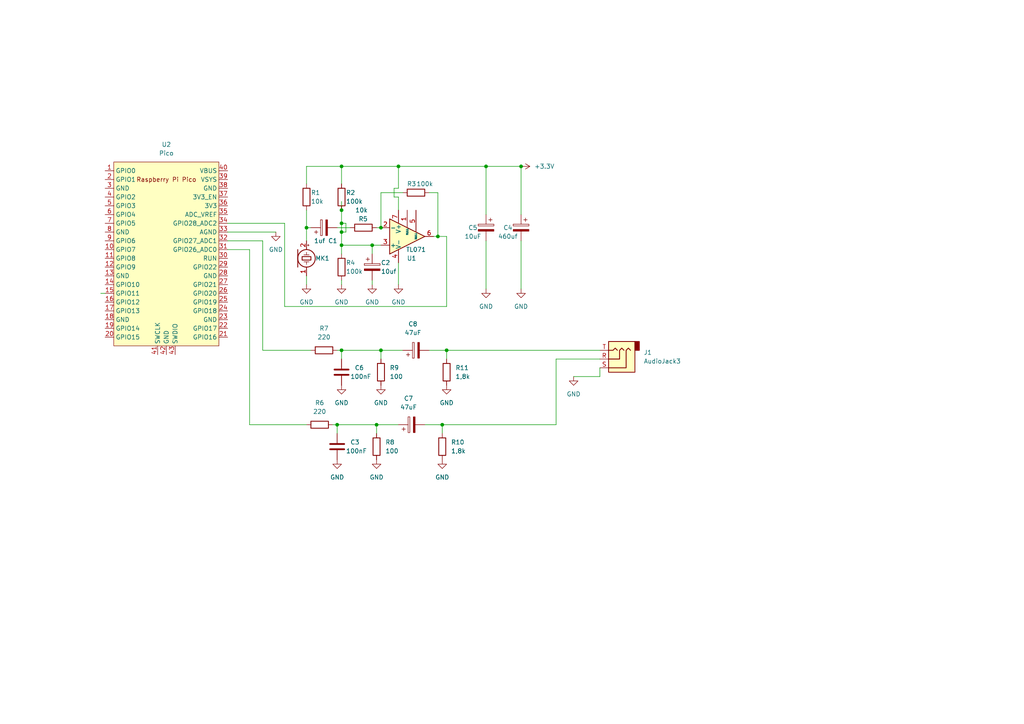
<source format=kicad_sch>
(kicad_sch (version 20230121) (generator eeschema)

  (uuid 22f1df6f-bdc6-492e-85a1-056c64eb0901)

  (paper "A4")

  (lib_symbols
    (symbol "Amplifier_Operational:TL071" (pin_names (offset 0.127)) (in_bom yes) (on_board yes)
      (property "Reference" "U1" (at 8.89 4.1909 0)
        (effects (font (size 1.27 1.27)))
      )
      (property "Value" "TL071" (at 8.89 1.6509 0)
        (effects (font (size 1.27 1.27)))
      )
      (property "Footprint" "" (at 1.27 1.27 0)
        (effects (font (size 1.27 1.27)) hide)
      )
      (property "Datasheet" "http://www.ti.com/lit/ds/symlink/tl071.pdf" (at 3.81 3.81 0)
        (effects (font (size 1.27 1.27)) hide)
      )
      (property "ki_keywords" "singel opamp" (at 0 0 0)
        (effects (font (size 1.27 1.27)) hide)
      )
      (property "ki_description" "Single Low-Noise JFET-Input Operational Amplifiers, DIP-8/SOIC-8" (at 0 0 0)
        (effects (font (size 1.27 1.27)) hide)
      )
      (property "ki_fp_filters" "SOIC*3.9x4.9mm*P1.27mm* DIP*W7.62mm* TSSOP*3x3mm*P0.65mm*" (at 0 0 0)
        (effects (font (size 1.27 1.27)) hide)
      )
      (symbol "TL071_0_1"
        (polyline
          (pts
            (xy -5.08 5.08)
            (xy 5.08 0)
            (xy -5.08 -5.08)
            (xy -5.08 5.08)
          )
          (stroke (width 0.254) (type default))
          (fill (type background))
        )
      )
      (symbol "TL071_1_1"
        (pin input line (at 0 -7.62 90) (length 5.08)
          (name "NULL" (effects (font (size 0.508 0.508))))
          (number "1" (effects (font (size 1.27 1.27))))
        )
        (pin input line (at -7.62 -2.54 0) (length 2.54)
          (name "-" (effects (font (size 1.27 1.27))))
          (number "2" (effects (font (size 1.27 1.27))))
        )
        (pin input line (at -7.62 2.54 0) (length 2.54)
          (name "+" (effects (font (size 1.27 1.27))))
          (number "3" (effects (font (size 1.27 1.27))))
        )
        (pin power_in line (at -2.54 7.62 270) (length 3.81)
          (name "V-" (effects (font (size 1.27 1.27))))
          (number "4" (effects (font (size 1.27 1.27))))
        )
        (pin input line (at 2.54 -7.62 90) (length 6.35)
          (name "NULL" (effects (font (size 0.508 0.508))))
          (number "5" (effects (font (size 1.27 1.27))))
        )
        (pin output line (at 7.62 0 180) (length 2.54)
          (name "~" (effects (font (size 1.27 1.27))))
          (number "6" (effects (font (size 1.27 1.27))))
        )
        (pin power_in line (at -2.54 -7.62 90) (length 3.81)
          (name "V+" (effects (font (size 1.27 1.27))))
          (number "7" (effects (font (size 1.27 1.27))))
        )
        (pin no_connect line (at 0 2.54 270) (length 2.54) hide
          (name "NC" (effects (font (size 1.27 1.27))))
          (number "8" (effects (font (size 1.27 1.27))))
        )
      )
    )
    (symbol "Connector_Audio:AudioJack3" (in_bom yes) (on_board yes)
      (property "Reference" "J" (at 0 8.89 0)
        (effects (font (size 1.27 1.27)))
      )
      (property "Value" "AudioJack3" (at 0 6.35 0)
        (effects (font (size 1.27 1.27)))
      )
      (property "Footprint" "" (at 0 0 0)
        (effects (font (size 1.27 1.27)) hide)
      )
      (property "Datasheet" "~" (at 0 0 0)
        (effects (font (size 1.27 1.27)) hide)
      )
      (property "ki_keywords" "audio jack receptacle stereo headphones phones TRS connector" (at 0 0 0)
        (effects (font (size 1.27 1.27)) hide)
      )
      (property "ki_description" "Audio Jack, 3 Poles (Stereo / TRS)" (at 0 0 0)
        (effects (font (size 1.27 1.27)) hide)
      )
      (property "ki_fp_filters" "Jack*" (at 0 0 0)
        (effects (font (size 1.27 1.27)) hide)
      )
      (symbol "AudioJack3_0_1"
        (rectangle (start -5.08 -5.08) (end -6.35 -2.54)
          (stroke (width 0.254) (type default))
          (fill (type outline))
        )
        (polyline
          (pts
            (xy 0 -2.54)
            (xy 0.635 -3.175)
            (xy 1.27 -2.54)
            (xy 2.54 -2.54)
          )
          (stroke (width 0.254) (type default))
          (fill (type none))
        )
        (polyline
          (pts
            (xy -1.905 -2.54)
            (xy -1.27 -3.175)
            (xy -0.635 -2.54)
            (xy -0.635 0)
            (xy 2.54 0)
          )
          (stroke (width 0.254) (type default))
          (fill (type none))
        )
        (polyline
          (pts
            (xy 2.54 2.54)
            (xy -2.54 2.54)
            (xy -2.54 -2.54)
            (xy -3.175 -3.175)
            (xy -3.81 -2.54)
          )
          (stroke (width 0.254) (type default))
          (fill (type none))
        )
        (rectangle (start 2.54 3.81) (end -5.08 -5.08)
          (stroke (width 0.254) (type default))
          (fill (type background))
        )
      )
      (symbol "AudioJack3_1_1"
        (pin passive line (at 5.08 0 180) (length 2.54)
          (name "~" (effects (font (size 1.27 1.27))))
          (number "R" (effects (font (size 1.27 1.27))))
        )
        (pin passive line (at 5.08 2.54 180) (length 2.54)
          (name "~" (effects (font (size 1.27 1.27))))
          (number "S" (effects (font (size 1.27 1.27))))
        )
        (pin passive line (at 5.08 -2.54 180) (length 2.54)
          (name "~" (effects (font (size 1.27 1.27))))
          (number "T" (effects (font (size 1.27 1.27))))
        )
      )
    )
    (symbol "Device:C" (pin_numbers hide) (pin_names (offset 0.254)) (in_bom yes) (on_board yes)
      (property "Reference" "C" (at 0.635 2.54 0)
        (effects (font (size 1.27 1.27)) (justify left))
      )
      (property "Value" "C" (at 0.635 -2.54 0)
        (effects (font (size 1.27 1.27)) (justify left))
      )
      (property "Footprint" "" (at 0.9652 -3.81 0)
        (effects (font (size 1.27 1.27)) hide)
      )
      (property "Datasheet" "~" (at 0 0 0)
        (effects (font (size 1.27 1.27)) hide)
      )
      (property "ki_keywords" "cap capacitor" (at 0 0 0)
        (effects (font (size 1.27 1.27)) hide)
      )
      (property "ki_description" "Unpolarized capacitor" (at 0 0 0)
        (effects (font (size 1.27 1.27)) hide)
      )
      (property "ki_fp_filters" "C_*" (at 0 0 0)
        (effects (font (size 1.27 1.27)) hide)
      )
      (symbol "C_0_1"
        (polyline
          (pts
            (xy -2.032 -0.762)
            (xy 2.032 -0.762)
          )
          (stroke (width 0.508) (type default))
          (fill (type none))
        )
        (polyline
          (pts
            (xy -2.032 0.762)
            (xy 2.032 0.762)
          )
          (stroke (width 0.508) (type default))
          (fill (type none))
        )
      )
      (symbol "C_1_1"
        (pin passive line (at 0 3.81 270) (length 2.794)
          (name "~" (effects (font (size 1.27 1.27))))
          (number "1" (effects (font (size 1.27 1.27))))
        )
        (pin passive line (at 0 -3.81 90) (length 2.794)
          (name "~" (effects (font (size 1.27 1.27))))
          (number "2" (effects (font (size 1.27 1.27))))
        )
      )
    )
    (symbol "Device:C_Polarized" (pin_numbers hide) (pin_names (offset 0.254)) (in_bom yes) (on_board yes)
      (property "Reference" "C" (at 0.635 2.54 0)
        (effects (font (size 1.27 1.27)) (justify left))
      )
      (property "Value" "C_Polarized" (at 0.635 -2.54 0)
        (effects (font (size 1.27 1.27)) (justify left))
      )
      (property "Footprint" "" (at 0.9652 -3.81 0)
        (effects (font (size 1.27 1.27)) hide)
      )
      (property "Datasheet" "~" (at 0 0 0)
        (effects (font (size 1.27 1.27)) hide)
      )
      (property "ki_keywords" "cap capacitor" (at 0 0 0)
        (effects (font (size 1.27 1.27)) hide)
      )
      (property "ki_description" "Polarized capacitor" (at 0 0 0)
        (effects (font (size 1.27 1.27)) hide)
      )
      (property "ki_fp_filters" "CP_*" (at 0 0 0)
        (effects (font (size 1.27 1.27)) hide)
      )
      (symbol "C_Polarized_0_1"
        (rectangle (start -2.286 0.508) (end 2.286 1.016)
          (stroke (width 0) (type default))
          (fill (type none))
        )
        (polyline
          (pts
            (xy -1.778 2.286)
            (xy -0.762 2.286)
          )
          (stroke (width 0) (type default))
          (fill (type none))
        )
        (polyline
          (pts
            (xy -1.27 2.794)
            (xy -1.27 1.778)
          )
          (stroke (width 0) (type default))
          (fill (type none))
        )
        (rectangle (start 2.286 -0.508) (end -2.286 -1.016)
          (stroke (width 0) (type default))
          (fill (type outline))
        )
      )
      (symbol "C_Polarized_1_1"
        (pin passive line (at 0 3.81 270) (length 2.794)
          (name "~" (effects (font (size 1.27 1.27))))
          (number "1" (effects (font (size 1.27 1.27))))
        )
        (pin passive line (at 0 -3.81 90) (length 2.794)
          (name "~" (effects (font (size 1.27 1.27))))
          (number "2" (effects (font (size 1.27 1.27))))
        )
      )
    )
    (symbol "Device:Microphone_Crystal" (pin_names (offset 0.0254) hide) (in_bom yes) (on_board yes)
      (property "Reference" "MK" (at -3.81 1.143 0)
        (effects (font (size 1.27 1.27)) (justify right))
      )
      (property "Value" "Microphone_Crystal" (at -3.81 -0.762 0)
        (effects (font (size 1.27 1.27)) (justify right))
      )
      (property "Footprint" "" (at 1.27 -1.778 90)
        (effects (font (size 1.27 1.27)) (justify left) hide)
      )
      (property "Datasheet" "~" (at 0 2.54 90)
        (effects (font (size 1.27 1.27)) hide)
      )
      (property "ki_keywords" "microphone crystal" (at 0 0 0)
        (effects (font (size 1.27 1.27)) hide)
      )
      (property "ki_description" "Crystal microphone" (at 0 0 0)
        (effects (font (size 1.27 1.27)) hide)
      )
      (symbol "Microphone_Crystal_0_1"
        (rectangle (start -1.27 0.508) (end 1.27 -0.508)
          (stroke (width 0.254) (type default))
          (fill (type none))
        )
        (polyline
          (pts
            (xy -2.54 2.54)
            (xy -2.54 -2.54)
          )
          (stroke (width 0.254) (type default))
          (fill (type none))
        )
        (polyline
          (pts
            (xy -0.762 -1.016)
            (xy 0.762 -1.016)
          )
          (stroke (width 0) (type default))
          (fill (type none))
        )
        (polyline
          (pts
            (xy -0.762 1.016)
            (xy 0.762 1.016)
          )
          (stroke (width 0) (type default))
          (fill (type none))
        )
        (polyline
          (pts
            (xy 0 -1.016)
            (xy 0 -1.778)
          )
          (stroke (width 0) (type default))
          (fill (type none))
        )
        (polyline
          (pts
            (xy 0 1.016)
            (xy 0 1.778)
          )
          (stroke (width 0) (type default))
          (fill (type none))
        )
        (polyline
          (pts
            (xy 0.254 3.81)
            (xy 0.762 3.81)
          )
          (stroke (width 0) (type default))
          (fill (type none))
        )
        (polyline
          (pts
            (xy 0.508 4.064)
            (xy 0.508 3.556)
          )
          (stroke (width 0) (type default))
          (fill (type none))
        )
        (circle (center 0 0) (radius 2.54)
          (stroke (width 0.254) (type default))
          (fill (type none))
        )
      )
      (symbol "Microphone_Crystal_1_1"
        (pin passive line (at 0 -5.08 90) (length 2.54)
          (name "-" (effects (font (size 1.27 1.27))))
          (number "1" (effects (font (size 1.27 1.27))))
        )
        (pin passive line (at 0 5.08 270) (length 2.54)
          (name "+" (effects (font (size 1.27 1.27))))
          (number "2" (effects (font (size 1.27 1.27))))
        )
      )
    )
    (symbol "Device:R" (pin_numbers hide) (pin_names (offset 0)) (in_bom yes) (on_board yes)
      (property "Reference" "R" (at 2.032 0 90)
        (effects (font (size 1.27 1.27)))
      )
      (property "Value" "R" (at 0 0 90)
        (effects (font (size 1.27 1.27)))
      )
      (property "Footprint" "" (at -1.778 0 90)
        (effects (font (size 1.27 1.27)) hide)
      )
      (property "Datasheet" "~" (at 0 0 0)
        (effects (font (size 1.27 1.27)) hide)
      )
      (property "ki_keywords" "R res resistor" (at 0 0 0)
        (effects (font (size 1.27 1.27)) hide)
      )
      (property "ki_description" "Resistor" (at 0 0 0)
        (effects (font (size 1.27 1.27)) hide)
      )
      (property "ki_fp_filters" "R_*" (at 0 0 0)
        (effects (font (size 1.27 1.27)) hide)
      )
      (symbol "R_0_1"
        (rectangle (start -1.016 -2.54) (end 1.016 2.54)
          (stroke (width 0.254) (type default))
          (fill (type none))
        )
      )
      (symbol "R_1_1"
        (pin passive line (at 0 3.81 270) (length 1.27)
          (name "~" (effects (font (size 1.27 1.27))))
          (number "1" (effects (font (size 1.27 1.27))))
        )
        (pin passive line (at 0 -3.81 90) (length 1.27)
          (name "~" (effects (font (size 1.27 1.27))))
          (number "2" (effects (font (size 1.27 1.27))))
        )
      )
    )
    (symbol "MCU_RaspberryPi_and_Boards:Pico" (in_bom yes) (on_board yes)
      (property "Reference" "U" (at -13.97 27.94 0)
        (effects (font (size 1.27 1.27)))
      )
      (property "Value" "Pico" (at 0 19.05 0)
        (effects (font (size 1.27 1.27)))
      )
      (property "Footprint" "RPi_Pico:RPi_Pico_SMD_TH" (at 0 0 90)
        (effects (font (size 1.27 1.27)) hide)
      )
      (property "Datasheet" "" (at 0 0 0)
        (effects (font (size 1.27 1.27)) hide)
      )
      (symbol "Pico_0_0"
        (text "Raspberry Pi Pico" (at 0 21.59 0)
          (effects (font (size 1.27 1.27)))
        )
      )
      (symbol "Pico_0_1"
        (rectangle (start -15.24 26.67) (end 15.24 -26.67)
          (stroke (width 0) (type default))
          (fill (type background))
        )
      )
      (symbol "Pico_1_1"
        (pin bidirectional line (at -17.78 24.13 0) (length 2.54)
          (name "GPIO0" (effects (font (size 1.27 1.27))))
          (number "1" (effects (font (size 1.27 1.27))))
        )
        (pin bidirectional line (at -17.78 1.27 0) (length 2.54)
          (name "GPIO7" (effects (font (size 1.27 1.27))))
          (number "10" (effects (font (size 1.27 1.27))))
        )
        (pin bidirectional line (at -17.78 -1.27 0) (length 2.54)
          (name "GPIO8" (effects (font (size 1.27 1.27))))
          (number "11" (effects (font (size 1.27 1.27))))
        )
        (pin bidirectional line (at -17.78 -3.81 0) (length 2.54)
          (name "GPIO9" (effects (font (size 1.27 1.27))))
          (number "12" (effects (font (size 1.27 1.27))))
        )
        (pin power_in line (at -17.78 -6.35 0) (length 2.54)
          (name "GND" (effects (font (size 1.27 1.27))))
          (number "13" (effects (font (size 1.27 1.27))))
        )
        (pin bidirectional line (at -17.78 -8.89 0) (length 2.54)
          (name "GPIO10" (effects (font (size 1.27 1.27))))
          (number "14" (effects (font (size 1.27 1.27))))
        )
        (pin bidirectional line (at -17.78 -11.43 0) (length 2.54)
          (name "GPIO11" (effects (font (size 1.27 1.27))))
          (number "15" (effects (font (size 1.27 1.27))))
        )
        (pin bidirectional line (at -17.78 -13.97 0) (length 2.54)
          (name "GPIO12" (effects (font (size 1.27 1.27))))
          (number "16" (effects (font (size 1.27 1.27))))
        )
        (pin bidirectional line (at -17.78 -16.51 0) (length 2.54)
          (name "GPIO13" (effects (font (size 1.27 1.27))))
          (number "17" (effects (font (size 1.27 1.27))))
        )
        (pin power_in line (at -17.78 -19.05 0) (length 2.54)
          (name "GND" (effects (font (size 1.27 1.27))))
          (number "18" (effects (font (size 1.27 1.27))))
        )
        (pin bidirectional line (at -17.78 -21.59 0) (length 2.54)
          (name "GPIO14" (effects (font (size 1.27 1.27))))
          (number "19" (effects (font (size 1.27 1.27))))
        )
        (pin bidirectional line (at -17.78 21.59 0) (length 2.54)
          (name "GPIO1" (effects (font (size 1.27 1.27))))
          (number "2" (effects (font (size 1.27 1.27))))
        )
        (pin bidirectional line (at -17.78 -24.13 0) (length 2.54)
          (name "GPIO15" (effects (font (size 1.27 1.27))))
          (number "20" (effects (font (size 1.27 1.27))))
        )
        (pin bidirectional line (at 17.78 -24.13 180) (length 2.54)
          (name "GPIO16" (effects (font (size 1.27 1.27))))
          (number "21" (effects (font (size 1.27 1.27))))
        )
        (pin bidirectional line (at 17.78 -21.59 180) (length 2.54)
          (name "GPIO17" (effects (font (size 1.27 1.27))))
          (number "22" (effects (font (size 1.27 1.27))))
        )
        (pin power_in line (at 17.78 -19.05 180) (length 2.54)
          (name "GND" (effects (font (size 1.27 1.27))))
          (number "23" (effects (font (size 1.27 1.27))))
        )
        (pin bidirectional line (at 17.78 -16.51 180) (length 2.54)
          (name "GPIO18" (effects (font (size 1.27 1.27))))
          (number "24" (effects (font (size 1.27 1.27))))
        )
        (pin bidirectional line (at 17.78 -13.97 180) (length 2.54)
          (name "GPIO19" (effects (font (size 1.27 1.27))))
          (number "25" (effects (font (size 1.27 1.27))))
        )
        (pin bidirectional line (at 17.78 -11.43 180) (length 2.54)
          (name "GPIO20" (effects (font (size 1.27 1.27))))
          (number "26" (effects (font (size 1.27 1.27))))
        )
        (pin bidirectional line (at 17.78 -8.89 180) (length 2.54)
          (name "GPIO21" (effects (font (size 1.27 1.27))))
          (number "27" (effects (font (size 1.27 1.27))))
        )
        (pin power_in line (at 17.78 -6.35 180) (length 2.54)
          (name "GND" (effects (font (size 1.27 1.27))))
          (number "28" (effects (font (size 1.27 1.27))))
        )
        (pin bidirectional line (at 17.78 -3.81 180) (length 2.54)
          (name "GPIO22" (effects (font (size 1.27 1.27))))
          (number "29" (effects (font (size 1.27 1.27))))
        )
        (pin power_in line (at -17.78 19.05 0) (length 2.54)
          (name "GND" (effects (font (size 1.27 1.27))))
          (number "3" (effects (font (size 1.27 1.27))))
        )
        (pin input line (at 17.78 -1.27 180) (length 2.54)
          (name "RUN" (effects (font (size 1.27 1.27))))
          (number "30" (effects (font (size 1.27 1.27))))
        )
        (pin bidirectional line (at 17.78 1.27 180) (length 2.54)
          (name "GPIO26_ADC0" (effects (font (size 1.27 1.27))))
          (number "31" (effects (font (size 1.27 1.27))))
        )
        (pin bidirectional line (at 17.78 3.81 180) (length 2.54)
          (name "GPIO27_ADC1" (effects (font (size 1.27 1.27))))
          (number "32" (effects (font (size 1.27 1.27))))
        )
        (pin power_in line (at 17.78 6.35 180) (length 2.54)
          (name "AGND" (effects (font (size 1.27 1.27))))
          (number "33" (effects (font (size 1.27 1.27))))
        )
        (pin bidirectional line (at 17.78 8.89 180) (length 2.54)
          (name "GPIO28_ADC2" (effects (font (size 1.27 1.27))))
          (number "34" (effects (font (size 1.27 1.27))))
        )
        (pin power_in line (at 17.78 11.43 180) (length 2.54)
          (name "ADC_VREF" (effects (font (size 1.27 1.27))))
          (number "35" (effects (font (size 1.27 1.27))))
        )
        (pin power_in line (at 17.78 13.97 180) (length 2.54)
          (name "3V3" (effects (font (size 1.27 1.27))))
          (number "36" (effects (font (size 1.27 1.27))))
        )
        (pin input line (at 17.78 16.51 180) (length 2.54)
          (name "3V3_EN" (effects (font (size 1.27 1.27))))
          (number "37" (effects (font (size 1.27 1.27))))
        )
        (pin bidirectional line (at 17.78 19.05 180) (length 2.54)
          (name "GND" (effects (font (size 1.27 1.27))))
          (number "38" (effects (font (size 1.27 1.27))))
        )
        (pin power_in line (at 17.78 21.59 180) (length 2.54)
          (name "VSYS" (effects (font (size 1.27 1.27))))
          (number "39" (effects (font (size 1.27 1.27))))
        )
        (pin bidirectional line (at -17.78 16.51 0) (length 2.54)
          (name "GPIO2" (effects (font (size 1.27 1.27))))
          (number "4" (effects (font (size 1.27 1.27))))
        )
        (pin power_in line (at 17.78 24.13 180) (length 2.54)
          (name "VBUS" (effects (font (size 1.27 1.27))))
          (number "40" (effects (font (size 1.27 1.27))))
        )
        (pin input line (at -2.54 -29.21 90) (length 2.54)
          (name "SWCLK" (effects (font (size 1.27 1.27))))
          (number "41" (effects (font (size 1.27 1.27))))
        )
        (pin power_in line (at 0 -29.21 90) (length 2.54)
          (name "GND" (effects (font (size 1.27 1.27))))
          (number "42" (effects (font (size 1.27 1.27))))
        )
        (pin bidirectional line (at 2.54 -29.21 90) (length 2.54)
          (name "SWDIO" (effects (font (size 1.27 1.27))))
          (number "43" (effects (font (size 1.27 1.27))))
        )
        (pin bidirectional line (at -17.78 13.97 0) (length 2.54)
          (name "GPIO3" (effects (font (size 1.27 1.27))))
          (number "5" (effects (font (size 1.27 1.27))))
        )
        (pin bidirectional line (at -17.78 11.43 0) (length 2.54)
          (name "GPIO4" (effects (font (size 1.27 1.27))))
          (number "6" (effects (font (size 1.27 1.27))))
        )
        (pin bidirectional line (at -17.78 8.89 0) (length 2.54)
          (name "GPIO5" (effects (font (size 1.27 1.27))))
          (number "7" (effects (font (size 1.27 1.27))))
        )
        (pin power_in line (at -17.78 6.35 0) (length 2.54)
          (name "GND" (effects (font (size 1.27 1.27))))
          (number "8" (effects (font (size 1.27 1.27))))
        )
        (pin bidirectional line (at -17.78 3.81 0) (length 2.54)
          (name "GPIO6" (effects (font (size 1.27 1.27))))
          (number "9" (effects (font (size 1.27 1.27))))
        )
      )
    )
    (symbol "power:+3.3V" (power) (pin_names (offset 0)) (in_bom yes) (on_board yes)
      (property "Reference" "#PWR" (at 0 -3.81 0)
        (effects (font (size 1.27 1.27)) hide)
      )
      (property "Value" "+3.3V" (at 0 3.556 0)
        (effects (font (size 1.27 1.27)))
      )
      (property "Footprint" "" (at 0 0 0)
        (effects (font (size 1.27 1.27)) hide)
      )
      (property "Datasheet" "" (at 0 0 0)
        (effects (font (size 1.27 1.27)) hide)
      )
      (property "ki_keywords" "global power" (at 0 0 0)
        (effects (font (size 1.27 1.27)) hide)
      )
      (property "ki_description" "Power symbol creates a global label with name \"+3.3V\"" (at 0 0 0)
        (effects (font (size 1.27 1.27)) hide)
      )
      (symbol "+3.3V_0_1"
        (polyline
          (pts
            (xy -0.762 1.27)
            (xy 0 2.54)
          )
          (stroke (width 0) (type default))
          (fill (type none))
        )
        (polyline
          (pts
            (xy 0 0)
            (xy 0 2.54)
          )
          (stroke (width 0) (type default))
          (fill (type none))
        )
        (polyline
          (pts
            (xy 0 2.54)
            (xy 0.762 1.27)
          )
          (stroke (width 0) (type default))
          (fill (type none))
        )
      )
      (symbol "+3.3V_1_1"
        (pin power_in line (at 0 0 90) (length 0) hide
          (name "+3.3V" (effects (font (size 1.27 1.27))))
          (number "1" (effects (font (size 1.27 1.27))))
        )
      )
    )
    (symbol "power:GND" (power) (pin_names (offset 0)) (in_bom yes) (on_board yes)
      (property "Reference" "#PWR" (at 0 -6.35 0)
        (effects (font (size 1.27 1.27)) hide)
      )
      (property "Value" "GND" (at 0 -3.81 0)
        (effects (font (size 1.27 1.27)))
      )
      (property "Footprint" "" (at 0 0 0)
        (effects (font (size 1.27 1.27)) hide)
      )
      (property "Datasheet" "" (at 0 0 0)
        (effects (font (size 1.27 1.27)) hide)
      )
      (property "ki_keywords" "global power" (at 0 0 0)
        (effects (font (size 1.27 1.27)) hide)
      )
      (property "ki_description" "Power symbol creates a global label with name \"GND\" , ground" (at 0 0 0)
        (effects (font (size 1.27 1.27)) hide)
      )
      (symbol "GND_0_1"
        (polyline
          (pts
            (xy 0 0)
            (xy 0 -1.27)
            (xy 1.27 -1.27)
            (xy 0 -2.54)
            (xy -1.27 -1.27)
            (xy 0 -1.27)
          )
          (stroke (width 0) (type default))
          (fill (type none))
        )
      )
      (symbol "GND_1_1"
        (pin power_in line (at 0 0 270) (length 0) hide
          (name "GND" (effects (font (size 1.27 1.27))))
          (number "1" (effects (font (size 1.27 1.27))))
        )
      )
    )
  )

  (junction (at 107.95 71.12) (diameter 0) (color 0 0 0 0)
    (uuid 0bb5c179-3e2e-4af9-be1a-98a81b0ebb07)
  )
  (junction (at 115.57 48.26) (diameter 0) (color 0 0 0 0)
    (uuid 41a25c12-7305-4a93-8262-fd73386d79bb)
  )
  (junction (at 110.49 101.6) (diameter 0) (color 0 0 0 0)
    (uuid 41cc1d3f-bdfe-4dc9-b9c2-5a8f54e1fa44)
  )
  (junction (at 99.06 67.31) (diameter 0) (color 0 0 0 0)
    (uuid 74559538-730f-44b1-8e4f-b0a20b07b278)
  )
  (junction (at 151.13 48.26) (diameter 0) (color 0 0 0 0)
    (uuid 955908e0-8e34-490f-bbf1-31641e3bf2dc)
  )
  (junction (at 127 68.58) (diameter 0) (color 0 0 0 0)
    (uuid a26ebe0d-a56e-4901-936e-3baa80392820)
  )
  (junction (at 140.97 48.26) (diameter 0) (color 0 0 0 0)
    (uuid ab54ec9d-b475-4458-9812-5283d956e656)
  )
  (junction (at 128.27 123.19) (diameter 0) (color 0 0 0 0)
    (uuid b8e6b518-0829-4372-af2a-fddf703881b2)
  )
  (junction (at 99.06 101.6) (diameter 0) (color 0 0 0 0)
    (uuid bbe9ea7e-e418-43c6-9ba5-be16ed15103c)
  )
  (junction (at 99.06 60.96) (diameter 0) (color 0 0 0 0)
    (uuid c4767c02-20fa-42bf-bfb1-c99ab3e70461)
  )
  (junction (at 110.49 66.04) (diameter 0) (color 0 0 0 0)
    (uuid d995ca01-05ef-4003-951d-430305eca7aa)
  )
  (junction (at 99.06 48.26) (diameter 0) (color 0 0 0 0)
    (uuid ded89715-938b-4b91-ba1e-9ed04dbd2d81)
  )
  (junction (at 97.79 123.19) (diameter 0) (color 0 0 0 0)
    (uuid df36be7f-80e5-496a-af72-a7112a21c75e)
  )
  (junction (at 88.9 66.04) (diameter 0) (color 0 0 0 0)
    (uuid ea2097a1-1b23-4484-9724-1eea1bc3f848)
  )
  (junction (at 99.06 64.77) (diameter 0) (color 0 0 0 0)
    (uuid ea9dd712-bea6-4aff-8e08-a0bf6c2b0172)
  )
  (junction (at 129.54 101.6) (diameter 0) (color 0 0 0 0)
    (uuid eb9f6725-08c4-40a6-b85c-90bbe4d629cf)
  )
  (junction (at 109.22 123.19) (diameter 0) (color 0 0 0 0)
    (uuid f6bf0fcd-4f84-457e-a446-72d7bcd1198b)
  )
  (junction (at 99.06 71.12) (diameter 0) (color 0 0 0 0)
    (uuid ff468769-d6fa-471e-8847-e1be811157c9)
  )

  (wire (pts (xy 66.04 72.39) (xy 72.39 72.39))
    (stroke (width 0) (type default))
    (uuid 00e7284c-3987-4d39-842f-541fbc7200c1)
  )
  (wire (pts (xy 88.9 66.04) (xy 88.9 69.85))
    (stroke (width 0) (type default))
    (uuid 047defca-7544-4aee-8508-de968e4fbba5)
  )
  (wire (pts (xy 99.06 71.12) (xy 99.06 67.31))
    (stroke (width 0) (type default))
    (uuid 0644f78c-b39b-493f-a126-c78cde4cb1a0)
  )
  (wire (pts (xy 99.06 60.96) (xy 99.06 64.77))
    (stroke (width 0) (type default))
    (uuid 0793c107-c26d-4c89-8f3b-94d583988a31)
  )
  (wire (pts (xy 66.04 69.85) (xy 76.2 69.85))
    (stroke (width 0) (type default))
    (uuid 1b9994e4-b34f-43fa-81d1-d9067b6fa487)
  )
  (wire (pts (xy 99.06 71.12) (xy 99.06 73.66))
    (stroke (width 0) (type default))
    (uuid 1de672f6-0998-4222-a7e7-df2066c92a42)
  )
  (wire (pts (xy 127 68.58) (xy 125.73 68.58))
    (stroke (width 0) (type default))
    (uuid 20056ee5-c93b-4496-adde-838df9495450)
  )
  (wire (pts (xy 100.33 64.77) (xy 99.06 64.77))
    (stroke (width 0) (type default))
    (uuid 20319cc4-b271-4d90-97a8-8302930263e6)
  )
  (wire (pts (xy 140.97 48.26) (xy 151.13 48.26))
    (stroke (width 0) (type default))
    (uuid 2702842c-4c97-4969-b594-f2e91a8b2eaf)
  )
  (wire (pts (xy 161.29 104.14) (xy 161.29 123.19))
    (stroke (width 0) (type default))
    (uuid 296ec3a2-dca4-4605-8c09-dded50c72380)
  )
  (wire (pts (xy 107.95 81.28) (xy 107.95 82.55))
    (stroke (width 0) (type default))
    (uuid 2af05b2e-049f-4688-811e-4d92271f1061)
  )
  (wire (pts (xy 99.06 101.6) (xy 99.06 104.14))
    (stroke (width 0) (type default))
    (uuid 2c70d31d-fe9b-4204-a976-543e8a325086)
  )
  (wire (pts (xy 100.33 67.31) (xy 100.33 64.77))
    (stroke (width 0) (type default))
    (uuid 2f39b6eb-2c1a-4379-9c24-e25783a3ec0b)
  )
  (wire (pts (xy 129.54 68.58) (xy 127 68.58))
    (stroke (width 0) (type default))
    (uuid 2f6a6925-e8de-44b8-a3fe-2614991a97b7)
  )
  (wire (pts (xy 97.79 101.6) (xy 99.06 101.6))
    (stroke (width 0) (type default))
    (uuid 3801f45f-a22d-4124-9d4f-f320575bd663)
  )
  (wire (pts (xy 128.27 123.19) (xy 161.29 123.19))
    (stroke (width 0) (type default))
    (uuid 38a666c4-8660-43ad-b9d4-eaa6e383ed1e)
  )
  (wire (pts (xy 173.99 104.14) (xy 161.29 104.14))
    (stroke (width 0) (type default))
    (uuid 3d11e401-96e8-4d40-b620-d7e2e0bcb341)
  )
  (wire (pts (xy 97.79 123.19) (xy 109.22 123.19))
    (stroke (width 0) (type default))
    (uuid 3eeec6af-9446-4da1-8984-beba046521e1)
  )
  (wire (pts (xy 124.46 101.6) (xy 129.54 101.6))
    (stroke (width 0) (type default))
    (uuid 41b997f6-f6c4-45e1-af2b-16f2a8933e9a)
  )
  (wire (pts (xy 96.52 123.19) (xy 97.79 123.19))
    (stroke (width 0) (type default))
    (uuid 42f0fe1c-bd2e-486f-97c4-3af7d6b6e297)
  )
  (wire (pts (xy 99.06 67.31) (xy 100.33 67.31))
    (stroke (width 0) (type default))
    (uuid 44e8b896-886a-4aa0-a591-4fd90003a02e)
  )
  (wire (pts (xy 88.9 48.26) (xy 99.06 48.26))
    (stroke (width 0) (type default))
    (uuid 46d1a7cb-2743-47f0-834d-e2788816e1cb)
  )
  (wire (pts (xy 88.9 80.01) (xy 88.9 82.55))
    (stroke (width 0) (type default))
    (uuid 55276122-20bf-4775-8dcd-75d1ebb8908a)
  )
  (wire (pts (xy 115.57 76.2) (xy 115.57 82.55))
    (stroke (width 0) (type default))
    (uuid 59e91b13-954c-4792-8d6a-34a27deed227)
  )
  (wire (pts (xy 115.57 60.96) (xy 115.57 57.15))
    (stroke (width 0) (type default))
    (uuid 5e77e4bb-7c68-411b-adc1-4f9157618a3f)
  )
  (wire (pts (xy 99.06 48.26) (xy 99.06 53.34))
    (stroke (width 0) (type default))
    (uuid 621fd522-cd7f-486f-a171-229f0fd07ac1)
  )
  (wire (pts (xy 114.3 57.15) (xy 114.3 54.61))
    (stroke (width 0) (type default))
    (uuid 659fdab9-6f75-495a-bde3-91f77d713d42)
  )
  (wire (pts (xy 66.04 67.31) (xy 80.01 67.31))
    (stroke (width 0) (type default))
    (uuid 66b55119-494a-4758-83f3-b9399ef10357)
  )
  (wire (pts (xy 109.22 123.19) (xy 109.22 125.73))
    (stroke (width 0) (type default))
    (uuid 683825ee-d2ec-41ee-8384-02bb995e5c98)
  )
  (wire (pts (xy 129.54 101.6) (xy 173.99 101.6))
    (stroke (width 0) (type default))
    (uuid 73947de4-64e9-4052-986b-f667580d4731)
  )
  (wire (pts (xy 107.95 71.12) (xy 110.49 71.12))
    (stroke (width 0) (type default))
    (uuid 75d5f800-912a-4733-b3bc-640b2f6f211e)
  )
  (wire (pts (xy 140.97 69.85) (xy 140.97 83.82))
    (stroke (width 0) (type default))
    (uuid 77fedfe7-75db-4e5a-b39a-2eab0e798649)
  )
  (wire (pts (xy 109.22 123.19) (xy 115.57 123.19))
    (stroke (width 0) (type default))
    (uuid 789c6677-615a-47b6-9ff8-36e530cfb2ca)
  )
  (wire (pts (xy 129.54 68.58) (xy 129.54 88.9))
    (stroke (width 0) (type default))
    (uuid 816ddf41-67af-4a3c-aa49-76f746818ce5)
  )
  (wire (pts (xy 173.99 109.22) (xy 166.37 109.22))
    (stroke (width 0) (type default))
    (uuid 81b216e1-7fab-4f3a-a35e-b4955c7bed1f)
  )
  (wire (pts (xy 128.27 123.19) (xy 128.27 125.73))
    (stroke (width 0) (type default))
    (uuid 81df8663-26a7-4da5-ba7c-6006499d0e3a)
  )
  (wire (pts (xy 140.97 48.26) (xy 140.97 62.23))
    (stroke (width 0) (type default))
    (uuid 84e99520-8b80-4e1d-93a3-2ce479e60264)
  )
  (wire (pts (xy 123.19 123.19) (xy 128.27 123.19))
    (stroke (width 0) (type default))
    (uuid 87b22989-ca6b-4acd-bc22-5142b7353f89)
  )
  (wire (pts (xy 114.3 54.61) (xy 115.57 54.61))
    (stroke (width 0) (type default))
    (uuid a0fd8452-13a5-49e5-b988-e7569daeb38e)
  )
  (wire (pts (xy 82.55 88.9) (xy 82.55 64.77))
    (stroke (width 0) (type default))
    (uuid a490dc9a-c4b7-4c40-bac3-d3936a5496fc)
  )
  (wire (pts (xy 109.22 66.04) (xy 110.49 66.04))
    (stroke (width 0) (type default))
    (uuid a59c0ab9-a484-4be6-b351-e6517b083f84)
  )
  (wire (pts (xy 82.55 88.9) (xy 129.54 88.9))
    (stroke (width 0) (type default))
    (uuid a5f02c88-9f56-40f9-ab0b-421f8e32be31)
  )
  (wire (pts (xy 97.79 123.19) (xy 97.79 125.73))
    (stroke (width 0) (type default))
    (uuid a7a5e982-0175-4b21-be46-d78489a7b540)
  )
  (wire (pts (xy 76.2 69.85) (xy 76.2 101.6))
    (stroke (width 0) (type default))
    (uuid ac67b4d7-e300-4744-affc-a610cee7faac)
  )
  (wire (pts (xy 29.21 85.09) (xy 30.48 85.09))
    (stroke (width 0) (type default))
    (uuid af6aac5d-b459-40aa-8172-a1c286409fd0)
  )
  (wire (pts (xy 110.49 101.6) (xy 116.84 101.6))
    (stroke (width 0) (type default))
    (uuid b1f4dabd-d3a2-4eea-b2da-aff9d0e98763)
  )
  (wire (pts (xy 124.46 55.88) (xy 127 55.88))
    (stroke (width 0) (type default))
    (uuid b30404f2-8e00-4050-a3c5-c8db01084276)
  )
  (wire (pts (xy 115.57 57.15) (xy 114.3 57.15))
    (stroke (width 0) (type default))
    (uuid b8b2da85-4848-4f50-b25f-93addfdf31c1)
  )
  (wire (pts (xy 99.06 101.6) (xy 110.49 101.6))
    (stroke (width 0) (type default))
    (uuid b97d77db-e475-482c-86b5-ccd1144b9378)
  )
  (wire (pts (xy 110.49 101.6) (xy 110.49 104.14))
    (stroke (width 0) (type default))
    (uuid b9964542-0090-4aa5-833b-e812bbc831b3)
  )
  (wire (pts (xy 173.99 109.22) (xy 173.99 106.68))
    (stroke (width 0) (type default))
    (uuid b9cdb4df-c9f4-4230-b3bb-c5dfc1692c95)
  )
  (wire (pts (xy 99.06 81.28) (xy 99.06 82.55))
    (stroke (width 0) (type default))
    (uuid bb8f2fc8-cf20-4b21-a995-016c91f5cfd1)
  )
  (wire (pts (xy 97.79 66.04) (xy 101.6 66.04))
    (stroke (width 0) (type default))
    (uuid bd5de393-fb0b-461b-b311-5f48ddcea9b2)
  )
  (wire (pts (xy 82.55 64.77) (xy 66.04 64.77))
    (stroke (width 0) (type default))
    (uuid bff6eb47-4372-4305-898a-0c0b3caef801)
  )
  (wire (pts (xy 99.06 58.42) (xy 99.06 60.96))
    (stroke (width 0) (type default))
    (uuid c0594521-b1b3-4fbc-8183-bf2b1df1d503)
  )
  (wire (pts (xy 88.9 53.34) (xy 88.9 48.26))
    (stroke (width 0) (type default))
    (uuid c87ede2d-070d-4f15-94ff-9ce56ef15979)
  )
  (wire (pts (xy 88.9 66.04) (xy 88.9 60.96))
    (stroke (width 0) (type default))
    (uuid cceed18f-fb9a-4da8-8744-ecd78a16286a)
  )
  (wire (pts (xy 107.95 71.12) (xy 107.95 73.66))
    (stroke (width 0) (type default))
    (uuid d2e4cc60-875c-4c91-8dbf-35bbe26bf160)
  )
  (wire (pts (xy 115.57 54.61) (xy 115.57 48.26))
    (stroke (width 0) (type default))
    (uuid e1e79ea8-2ca7-41be-9c6f-fb4d8c2871e6)
  )
  (wire (pts (xy 72.39 123.19) (xy 88.9 123.19))
    (stroke (width 0) (type default))
    (uuid e6ad0d86-c793-4e6d-9a7d-2e40d60e7573)
  )
  (wire (pts (xy 110.49 55.88) (xy 110.49 66.04))
    (stroke (width 0) (type default))
    (uuid e791ee72-8579-4752-987b-8717a410e8c3)
  )
  (wire (pts (xy 99.06 48.26) (xy 115.57 48.26))
    (stroke (width 0) (type default))
    (uuid e91a23e7-f66e-4135-965c-a7f6b37ceb9e)
  )
  (wire (pts (xy 76.2 101.6) (xy 90.17 101.6))
    (stroke (width 0) (type default))
    (uuid edb8ed87-f3f9-45e4-a45a-cc6bc920e93a)
  )
  (wire (pts (xy 127 55.88) (xy 127 68.58))
    (stroke (width 0) (type default))
    (uuid ee39e5be-9daf-4e09-9562-07c8b8daede1)
  )
  (wire (pts (xy 151.13 69.85) (xy 151.13 83.82))
    (stroke (width 0) (type default))
    (uuid ee7363df-a2ea-465e-a4a5-29b637c7f4e8)
  )
  (wire (pts (xy 116.84 55.88) (xy 110.49 55.88))
    (stroke (width 0) (type default))
    (uuid efe74d67-bd62-4408-8d11-845a9787ac83)
  )
  (wire (pts (xy 151.13 48.26) (xy 151.13 62.23))
    (stroke (width 0) (type default))
    (uuid eff72ec5-9d92-43df-be44-8aed102c017d)
  )
  (wire (pts (xy 90.17 66.04) (xy 88.9 66.04))
    (stroke (width 0) (type default))
    (uuid f0135678-ea0f-4050-a63d-b39725a2e432)
  )
  (wire (pts (xy 99.06 71.12) (xy 107.95 71.12))
    (stroke (width 0) (type default))
    (uuid f01bb75b-26af-4d06-9eb6-e9c7735e0ca7)
  )
  (wire (pts (xy 99.06 64.77) (xy 99.06 67.31))
    (stroke (width 0) (type default))
    (uuid f4f1b124-f9fe-4cb6-9723-3b57036a7004)
  )
  (wire (pts (xy 129.54 101.6) (xy 129.54 104.14))
    (stroke (width 0) (type default))
    (uuid f95ee783-4f5d-4e81-bc8a-d0f6776844f0)
  )
  (wire (pts (xy 72.39 72.39) (xy 72.39 123.19))
    (stroke (width 0) (type default))
    (uuid fb0833cc-e8dc-48ae-a045-04c8840b482d)
  )
  (wire (pts (xy 115.57 48.26) (xy 140.97 48.26))
    (stroke (width 0) (type default))
    (uuid fe2e283c-ffff-4ab9-87a0-7664f6354605)
  )

  (symbol (lib_id "power:GND") (at 109.22 133.35 0) (unit 1)
    (in_bom yes) (on_board yes) (dnp no) (fields_autoplaced)
    (uuid 045d3020-38c5-41bf-93b1-18f131ebc7cb)
    (property "Reference" "#PWR06" (at 109.22 139.7 0)
      (effects (font (size 1.27 1.27)) hide)
    )
    (property "Value" "GND" (at 109.22 138.43 0)
      (effects (font (size 1.27 1.27)))
    )
    (property "Footprint" "" (at 109.22 133.35 0)
      (effects (font (size 1.27 1.27)) hide)
    )
    (property "Datasheet" "" (at 109.22 133.35 0)
      (effects (font (size 1.27 1.27)) hide)
    )
    (pin "1" (uuid 55b018b6-0d45-47f1-b54f-c17eb85b0d0c))
    (instances
      (project "pwm-audio"
        (path "/1cfc79ae-eef8-430d-8d02-011953b6594d"
          (reference "#PWR06") (unit 1)
        )
      )
      (project "preamp tl071v2"
        (path "/22f1df6f-bdc6-492e-85a1-056c64eb0901"
          (reference "#PWR010") (unit 1)
        )
      )
    )
  )

  (symbol (lib_id "power:GND") (at 80.01 67.31 0) (unit 1)
    (in_bom yes) (on_board yes) (dnp no) (fields_autoplaced)
    (uuid 121584a4-84c8-4ccb-b505-4d1a5737dc0a)
    (property "Reference" "#PWR015" (at 80.01 73.66 0)
      (effects (font (size 1.27 1.27)) hide)
    )
    (property "Value" "GND" (at 80.01 72.39 0)
      (effects (font (size 1.27 1.27)))
    )
    (property "Footprint" "" (at 80.01 67.31 0)
      (effects (font (size 1.27 1.27)) hide)
    )
    (property "Datasheet" "" (at 80.01 67.31 0)
      (effects (font (size 1.27 1.27)) hide)
    )
    (pin "1" (uuid ecad97de-dad0-4e54-b858-0bc2f64a36d5))
    (instances
      (project "preamp tl071v2"
        (path "/22f1df6f-bdc6-492e-85a1-056c64eb0901"
          (reference "#PWR015") (unit 1)
        )
      )
    )
  )

  (symbol (lib_id "Device:R") (at 99.06 57.15 0) (unit 1)
    (in_bom yes) (on_board yes) (dnp no)
    (uuid 1a1f38a2-8f9b-42d0-910c-11ff3d7377ab)
    (property "Reference" "R2" (at 100.33 55.88 0)
      (effects (font (size 1.27 1.27)) (justify left))
    )
    (property "Value" "100k" (at 100.33 58.42 0)
      (effects (font (size 1.27 1.27)) (justify left))
    )
    (property "Footprint" "Resistor_THT:R_Axial_DIN0309_L9.0mm_D3.2mm_P15.24mm_Horizontal" (at 97.282 57.15 90)
      (effects (font (size 1.27 1.27)) hide)
    )
    (property "Datasheet" "~" (at 99.06 57.15 0)
      (effects (font (size 1.27 1.27)) hide)
    )
    (pin "1" (uuid 83bce097-9014-4b57-a1a9-8ae4b536d194))
    (pin "2" (uuid abea22a9-92d4-4ddc-b782-33ccd7adbb6c))
    (instances
      (project "preamp tl071v2"
        (path "/22f1df6f-bdc6-492e-85a1-056c64eb0901"
          (reference "R2") (unit 1)
        )
      )
    )
  )

  (symbol (lib_id "Connector_Audio:AudioJack3") (at 179.07 104.14 180) (unit 1)
    (in_bom yes) (on_board yes) (dnp no) (fields_autoplaced)
    (uuid 20140e43-3d31-4171-81ca-1165d68a3182)
    (property "Reference" "J1" (at 186.69 102.235 0)
      (effects (font (size 1.27 1.27)) (justify right))
    )
    (property "Value" "AudioJack3" (at 186.69 104.775 0)
      (effects (font (size 1.27 1.27)) (justify right))
    )
    (property "Footprint" "Connector_Audio:Jack_3.5mm_CUI_SJ1-3523N_Horizontal" (at 179.07 104.14 0)
      (effects (font (size 1.27 1.27)) hide)
    )
    (property "Datasheet" "~" (at 179.07 104.14 0)
      (effects (font (size 1.27 1.27)) hide)
    )
    (pin "R" (uuid 85691291-f3e5-4dbf-a2dd-5449da918036))
    (pin "S" (uuid 5721d8d2-542b-4bfc-8ae6-c2f1901bd4d1))
    (pin "T" (uuid 42e0221b-d2e9-430f-8a63-3188234d1802))
    (instances
      (project "pwm-audio"
        (path "/1cfc79ae-eef8-430d-8d02-011953b6594d"
          (reference "J1") (unit 1)
        )
      )
      (project "preamp tl071v2"
        (path "/22f1df6f-bdc6-492e-85a1-056c64eb0901"
          (reference "J1") (unit 1)
        )
      )
    )
  )

  (symbol (lib_id "Device:C") (at 99.06 107.95 0) (unit 1)
    (in_bom yes) (on_board yes) (dnp no)
    (uuid 2f16eb08-a02e-4983-8202-39b5057f5399)
    (property "Reference" "C1" (at 102.87 106.68 0)
      (effects (font (size 1.27 1.27)) (justify left))
    )
    (property "Value" "100nF" (at 101.6 109.22 0)
      (effects (font (size 1.27 1.27)) (justify left))
    )
    (property "Footprint" "Capacitor_THT:CP_Radial_D4.0mm_P2.00mm" (at 100.0252 111.76 0)
      (effects (font (size 1.27 1.27)) hide)
    )
    (property "Datasheet" "~" (at 99.06 107.95 0)
      (effects (font (size 1.27 1.27)) hide)
    )
    (pin "1" (uuid 0ebece4c-1732-4b19-b421-2ef35f35e9f0))
    (pin "2" (uuid 61de6343-0ac7-4779-a676-d5e2761d1e0b))
    (instances
      (project "pwm-audio"
        (path "/1cfc79ae-eef8-430d-8d02-011953b6594d"
          (reference "C1") (unit 1)
        )
      )
      (project "preamp tl071v2"
        (path "/22f1df6f-bdc6-492e-85a1-056c64eb0901"
          (reference "C6") (unit 1)
        )
      )
    )
  )

  (symbol (lib_id "power:GND") (at 110.49 111.76 0) (unit 1)
    (in_bom yes) (on_board yes) (dnp no)
    (uuid 30f28f85-9aa2-48af-9b34-f1d963de66e3)
    (property "Reference" "#PWR02" (at 110.49 118.11 0)
      (effects (font (size 1.27 1.27)) hide)
    )
    (property "Value" "GND" (at 110.49 116.84 0)
      (effects (font (size 1.27 1.27)))
    )
    (property "Footprint" "" (at 110.49 111.76 0)
      (effects (font (size 1.27 1.27)) hide)
    )
    (property "Datasheet" "" (at 110.49 111.76 0)
      (effects (font (size 1.27 1.27)) hide)
    )
    (pin "1" (uuid 8c31ed6e-d6b1-45e1-a960-ad80524757a0))
    (instances
      (project "pwm-audio"
        (path "/1cfc79ae-eef8-430d-8d02-011953b6594d"
          (reference "#PWR02") (unit 1)
        )
      )
      (project "preamp tl071v2"
        (path "/22f1df6f-bdc6-492e-85a1-056c64eb0901"
          (reference "#PWR011") (unit 1)
        )
      )
    )
  )

  (symbol (lib_id "Device:R") (at 129.54 107.95 180) (unit 1)
    (in_bom yes) (on_board yes) (dnp no) (fields_autoplaced)
    (uuid 37ef77ac-6785-43f3-b02d-8f621330fd8c)
    (property "Reference" "R3" (at 132.08 106.68 0)
      (effects (font (size 1.27 1.27)) (justify right))
    )
    (property "Value" "1,8k" (at 132.08 109.22 0)
      (effects (font (size 1.27 1.27)) (justify right))
    )
    (property "Footprint" "Resistor_THT:R_Axial_DIN0204_L3.6mm_D1.6mm_P5.08mm_Horizontal" (at 131.318 107.95 90)
      (effects (font (size 1.27 1.27)) hide)
    )
    (property "Datasheet" "~" (at 129.54 107.95 0)
      (effects (font (size 1.27 1.27)) hide)
    )
    (pin "1" (uuid 6bfceff7-7708-4d5f-80b8-1f8d12fe5864))
    (pin "2" (uuid f0b1f625-e3e1-4eb9-970a-a774f6f16ccf))
    (instances
      (project "pwm-audio"
        (path "/1cfc79ae-eef8-430d-8d02-011953b6594d"
          (reference "R3") (unit 1)
        )
      )
      (project "preamp tl071v2"
        (path "/22f1df6f-bdc6-492e-85a1-056c64eb0901"
          (reference "R11") (unit 1)
        )
      )
    )
  )

  (symbol (lib_id "Device:R") (at 120.65 55.88 90) (unit 1)
    (in_bom yes) (on_board yes) (dnp no)
    (uuid 3880e8a6-e137-436e-85c7-ceb072b7ebe2)
    (property "Reference" "R3" (at 119.38 53.34 90)
      (effects (font (size 1.27 1.27)))
    )
    (property "Value" "100k" (at 123.19 53.34 90)
      (effects (font (size 1.27 1.27)))
    )
    (property "Footprint" "Resistor_THT:R_Axial_DIN0309_L9.0mm_D3.2mm_P15.24mm_Horizontal" (at 120.65 57.658 90)
      (effects (font (size 1.27 1.27)) hide)
    )
    (property "Datasheet" "~" (at 120.65 55.88 0)
      (effects (font (size 1.27 1.27)) hide)
    )
    (pin "1" (uuid 828db9bb-8f07-4117-af4c-5ca2ad2f1a4a))
    (pin "2" (uuid c7924748-69ad-4ef0-befa-34a8f360faac))
    (instances
      (project "preamp tl071v2"
        (path "/22f1df6f-bdc6-492e-85a1-056c64eb0901"
          (reference "R3") (unit 1)
        )
      )
    )
  )

  (symbol (lib_id "power:GND") (at 151.13 83.82 0) (unit 1)
    (in_bom yes) (on_board yes) (dnp no) (fields_autoplaced)
    (uuid 3a01a0e5-ce82-4ec1-bbe4-3487f5206b96)
    (property "Reference" "#PWR08" (at 151.13 90.17 0)
      (effects (font (size 1.27 1.27)) hide)
    )
    (property "Value" "GND" (at 151.13 88.9 0)
      (effects (font (size 1.27 1.27)))
    )
    (property "Footprint" "" (at 151.13 83.82 0)
      (effects (font (size 1.27 1.27)) hide)
    )
    (property "Datasheet" "" (at 151.13 83.82 0)
      (effects (font (size 1.27 1.27)) hide)
    )
    (pin "1" (uuid f6627d3e-a73f-478c-881b-a9e2352e684d))
    (instances
      (project "preamp tl071v2"
        (path "/22f1df6f-bdc6-492e-85a1-056c64eb0901"
          (reference "#PWR08") (unit 1)
        )
      )
    )
  )

  (symbol (lib_id "Device:C_Polarized") (at 93.98 66.04 90) (unit 1)
    (in_bom yes) (on_board yes) (dnp no)
    (uuid 3f3b0fd0-6618-4bd0-b135-3cf79c6670fe)
    (property "Reference" "C1" (at 96.52 69.85 90)
      (effects (font (size 1.27 1.27)))
    )
    (property "Value" "1uf" (at 92.71 69.85 90)
      (effects (font (size 1.27 1.27)))
    )
    (property "Footprint" "Capacitor_THT:CP_Radial_D8.0mm_P5.00mm" (at 97.79 65.0748 0)
      (effects (font (size 1.27 1.27)) hide)
    )
    (property "Datasheet" "~" (at 93.98 66.04 0)
      (effects (font (size 1.27 1.27)) hide)
    )
    (pin "1" (uuid 3c8f546d-d8af-4dfd-88a4-6369997914ed))
    (pin "2" (uuid 8b476613-d7ff-42da-822a-7d40d588af68))
    (instances
      (project "preamp tl071v2"
        (path "/22f1df6f-bdc6-492e-85a1-056c64eb0901"
          (reference "C1") (unit 1)
        )
      )
    )
  )

  (symbol (lib_id "Device:C_Polarized") (at 107.95 77.47 0) (unit 1)
    (in_bom yes) (on_board yes) (dnp no)
    (uuid 4af5bd70-0ef3-492a-85db-d138eac1f8d2)
    (property "Reference" "C2" (at 110.49 76.2 0)
      (effects (font (size 1.27 1.27)) (justify left))
    )
    (property "Value" "10uf" (at 110.49 78.74 0)
      (effects (font (size 1.27 1.27)) (justify left))
    )
    (property "Footprint" "Capacitor_THT:CP_Radial_D8.0mm_P5.00mm" (at 108.9152 81.28 0)
      (effects (font (size 1.27 1.27)) hide)
    )
    (property "Datasheet" "~" (at 107.95 77.47 0)
      (effects (font (size 1.27 1.27)) hide)
    )
    (pin "1" (uuid 913c74fe-4927-4770-a395-b40aa2d1f1b2))
    (pin "2" (uuid 0b6b657a-904c-40e9-acc7-bed82eee1807))
    (instances
      (project "preamp tl071v2"
        (path "/22f1df6f-bdc6-492e-85a1-056c64eb0901"
          (reference "C2") (unit 1)
        )
      )
    )
  )

  (symbol (lib_id "power:GND") (at 128.27 133.35 0) (unit 1)
    (in_bom yes) (on_board yes) (dnp no) (fields_autoplaced)
    (uuid 4b3e3879-a45a-431c-917f-8c49715298e9)
    (property "Reference" "#PWR07" (at 128.27 139.7 0)
      (effects (font (size 1.27 1.27)) hide)
    )
    (property "Value" "GND" (at 128.27 138.43 0)
      (effects (font (size 1.27 1.27)))
    )
    (property "Footprint" "" (at 128.27 133.35 0)
      (effects (font (size 1.27 1.27)) hide)
    )
    (property "Datasheet" "" (at 128.27 133.35 0)
      (effects (font (size 1.27 1.27)) hide)
    )
    (pin "1" (uuid 4130d31f-6eaa-47eb-b17e-de82426db66d))
    (instances
      (project "pwm-audio"
        (path "/1cfc79ae-eef8-430d-8d02-011953b6594d"
          (reference "#PWR07") (unit 1)
        )
      )
      (project "preamp tl071v2"
        (path "/22f1df6f-bdc6-492e-85a1-056c64eb0901"
          (reference "#PWR012") (unit 1)
        )
      )
    )
  )

  (symbol (lib_id "power:+3.3V") (at 151.13 48.26 270) (unit 1)
    (in_bom yes) (on_board yes) (dnp no) (fields_autoplaced)
    (uuid 4c8c8e91-9f87-4467-94b3-0fe924dd4abe)
    (property "Reference" "#PWR06" (at 147.32 48.26 0)
      (effects (font (size 1.27 1.27)) hide)
    )
    (property "Value" "+3.3V" (at 154.94 48.26 90)
      (effects (font (size 1.27 1.27)) (justify left))
    )
    (property "Footprint" "" (at 151.13 48.26 0)
      (effects (font (size 1.27 1.27)) hide)
    )
    (property "Datasheet" "" (at 151.13 48.26 0)
      (effects (font (size 1.27 1.27)) hide)
    )
    (pin "1" (uuid 8a51d5cb-8f06-4b57-b34d-4af629a1d0cb))
    (instances
      (project "preamp tl071v2"
        (path "/22f1df6f-bdc6-492e-85a1-056c64eb0901"
          (reference "#PWR06") (unit 1)
        )
      )
    )
  )

  (symbol (lib_id "Device:C_Polarized") (at 120.65 101.6 90) (unit 1)
    (in_bom yes) (on_board yes) (dnp no) (fields_autoplaced)
    (uuid 575dfb5a-37a3-451c-ab9a-06828c187e34)
    (property "Reference" "C2" (at 119.761 93.98 90)
      (effects (font (size 1.27 1.27)))
    )
    (property "Value" "47uF" (at 119.761 96.52 90)
      (effects (font (size 1.27 1.27)))
    )
    (property "Footprint" "Capacitor_THT:CP_Radial_D4.0mm_P1.50mm" (at 124.46 100.6348 0)
      (effects (font (size 1.27 1.27)) hide)
    )
    (property "Datasheet" "~" (at 120.65 101.6 0)
      (effects (font (size 1.27 1.27)) hide)
    )
    (pin "1" (uuid 867d575b-7001-4909-8479-a3d56292c777))
    (pin "2" (uuid e71d4c11-85c8-4a1c-8f9e-92157c1807f3))
    (instances
      (project "pwm-audio"
        (path "/1cfc79ae-eef8-430d-8d02-011953b6594d"
          (reference "C2") (unit 1)
        )
      )
      (project "preamp tl071v2"
        (path "/22f1df6f-bdc6-492e-85a1-056c64eb0901"
          (reference "C8") (unit 1)
        )
      )
    )
  )

  (symbol (lib_id "Device:R") (at 93.98 101.6 90) (unit 1)
    (in_bom yes) (on_board yes) (dnp no) (fields_autoplaced)
    (uuid 5992d6b1-5d7f-4227-ad36-aa1cd6f8853c)
    (property "Reference" "R1" (at 93.98 95.25 90)
      (effects (font (size 1.27 1.27)))
    )
    (property "Value" "220" (at 93.98 97.79 90)
      (effects (font (size 1.27 1.27)))
    )
    (property "Footprint" "Resistor_THT:R_Axial_DIN0204_L3.6mm_D1.6mm_P5.08mm_Horizontal" (at 93.98 103.378 90)
      (effects (font (size 1.27 1.27)) hide)
    )
    (property "Datasheet" "~" (at 93.98 101.6 0)
      (effects (font (size 1.27 1.27)) hide)
    )
    (pin "1" (uuid 64ac1eaf-a40d-4cfe-8e30-4a2b6ad13943))
    (pin "2" (uuid 6fe26059-d18e-426a-a4f9-2a3e4da8954f))
    (instances
      (project "pwm-audio"
        (path "/1cfc79ae-eef8-430d-8d02-011953b6594d"
          (reference "R1") (unit 1)
        )
      )
      (project "preamp tl071v2"
        (path "/22f1df6f-bdc6-492e-85a1-056c64eb0901"
          (reference "R7") (unit 1)
        )
      )
    )
  )

  (symbol (lib_id "Amplifier_Operational:TL071") (at 118.11 68.58 0) (mirror x) (unit 1)
    (in_bom yes) (on_board yes) (dnp no)
    (uuid 626071a4-c9c9-47e7-a541-7bc6efa92453)
    (property "Reference" "U1" (at 119.38 74.93 0)
      (effects (font (size 1.27 1.27)))
    )
    (property "Value" "TL071" (at 120.65 72.39 0)
      (effects (font (size 1.27 1.27)))
    )
    (property "Footprint" "Package_DIP:DIP-8_W7.62mm" (at 119.38 69.85 0)
      (effects (font (size 1.27 1.27)) hide)
    )
    (property "Datasheet" "http://www.ti.com/lit/ds/symlink/tl071.pdf" (at 121.92 72.39 0)
      (effects (font (size 1.27 1.27)) hide)
    )
    (pin "1" (uuid fe93c366-6f0a-4892-b5b2-68c5d73e9f92))
    (pin "2" (uuid dc28d256-c3a2-433f-a84c-a4a8406fb541))
    (pin "3" (uuid bf8c8a9e-514f-42fd-88e9-d2b15b092ce4))
    (pin "4" (uuid fdc7101b-03b7-427c-b111-ea4c72e30022))
    (pin "5" (uuid fb75ae62-383a-4a38-91a1-441b41aa4363))
    (pin "6" (uuid 1820001a-cbf8-47b5-bd22-075c242baad7))
    (pin "7" (uuid e60f4c82-698c-44b6-9360-10f8e5631158))
    (pin "8" (uuid c5c8abbb-5f31-4308-9edf-ef332536b2fa))
    (instances
      (project "preamp tl071v2"
        (path "/22f1df6f-bdc6-492e-85a1-056c64eb0901"
          (reference "U1") (unit 1)
        )
      )
    )
  )

  (symbol (lib_id "Device:R") (at 105.41 66.04 90) (unit 1)
    (in_bom yes) (on_board yes) (dnp no)
    (uuid 64a6970c-1c19-4c35-ae86-28ec8ab65c51)
    (property "Reference" "R5" (at 106.68 63.5 90)
      (effects (font (size 1.27 1.27)) (justify left))
    )
    (property "Value" "10k" (at 106.68 60.96 90)
      (effects (font (size 1.27 1.27)) (justify left))
    )
    (property "Footprint" "Resistor_THT:R_Axial_DIN0309_L9.0mm_D3.2mm_P15.24mm_Horizontal" (at 105.41 67.818 90)
      (effects (font (size 1.27 1.27)) hide)
    )
    (property "Datasheet" "~" (at 105.41 66.04 0)
      (effects (font (size 1.27 1.27)) hide)
    )
    (pin "1" (uuid ea6424be-bc3f-4f20-b92b-719f93ef5315))
    (pin "2" (uuid fc0291be-9b2e-4adf-9d82-398c511d9bd1))
    (instances
      (project "preamp tl071v2"
        (path "/22f1df6f-bdc6-492e-85a1-056c64eb0901"
          (reference "R5") (unit 1)
        )
      )
    )
  )

  (symbol (lib_id "Device:C") (at 97.79 129.54 0) (unit 1)
    (in_bom yes) (on_board yes) (dnp no)
    (uuid 6e209998-573e-433b-9cc0-5960044108a9)
    (property "Reference" "C3" (at 101.6 128.27 0)
      (effects (font (size 1.27 1.27)) (justify left))
    )
    (property "Value" "100nF" (at 100.33 130.81 0)
      (effects (font (size 1.27 1.27)) (justify left))
    )
    (property "Footprint" "Capacitor_THT:CP_Radial_D4.0mm_P2.00mm" (at 98.7552 133.35 0)
      (effects (font (size 1.27 1.27)) hide)
    )
    (property "Datasheet" "~" (at 97.79 129.54 0)
      (effects (font (size 1.27 1.27)) hide)
    )
    (pin "1" (uuid 5d65f111-7c1a-4940-b9d4-2542713d127a))
    (pin "2" (uuid 0925c3de-e9df-4668-8da3-2ff8aac29bac))
    (instances
      (project "pwm-audio"
        (path "/1cfc79ae-eef8-430d-8d02-011953b6594d"
          (reference "C3") (unit 1)
        )
      )
      (project "preamp tl071v2"
        (path "/22f1df6f-bdc6-492e-85a1-056c64eb0901"
          (reference "C3") (unit 1)
        )
      )
    )
  )

  (symbol (lib_id "Device:C_Polarized") (at 119.38 123.19 90) (unit 1)
    (in_bom yes) (on_board yes) (dnp no) (fields_autoplaced)
    (uuid 6e5c5657-c37b-4567-a6d1-8dbef39ee107)
    (property "Reference" "C4" (at 118.491 115.57 90)
      (effects (font (size 1.27 1.27)))
    )
    (property "Value" "47uF" (at 118.491 118.11 90)
      (effects (font (size 1.27 1.27)))
    )
    (property "Footprint" "Capacitor_THT:CP_Radial_D4.0mm_P1.50mm" (at 123.19 122.2248 0)
      (effects (font (size 1.27 1.27)) hide)
    )
    (property "Datasheet" "~" (at 119.38 123.19 0)
      (effects (font (size 1.27 1.27)) hide)
    )
    (pin "1" (uuid 65841a3b-e5e1-43b5-833d-a600348d4b18))
    (pin "2" (uuid 0f2f18aa-fbd2-475f-b1d4-3eb99c63bec7))
    (instances
      (project "pwm-audio"
        (path "/1cfc79ae-eef8-430d-8d02-011953b6594d"
          (reference "C4") (unit 1)
        )
      )
      (project "preamp tl071v2"
        (path "/22f1df6f-bdc6-492e-85a1-056c64eb0901"
          (reference "C7") (unit 1)
        )
      )
    )
  )

  (symbol (lib_id "Device:Microphone_Crystal") (at 88.9 74.93 0) (unit 1)
    (in_bom yes) (on_board yes) (dnp no)
    (uuid 75e90f4f-9b60-4eaa-9040-dd3cd38ad3e5)
    (property "Reference" "MK1" (at 91.44 74.93 0)
      (effects (font (size 1.27 1.27)) (justify left))
    )
    (property "Value" "Microphone" (at 74.93 76.2 0)
      (effects (font (size 1.27 1.27)) (justify left) hide)
    )
    (property "Footprint" "Connector_PinHeader_2.54mm:PinHeader_1x02_P2.54mm_Vertical" (at 90.17 76.708 90)
      (effects (font (size 1.27 1.27)) (justify left) hide)
    )
    (property "Datasheet" "~" (at 88.9 72.39 90)
      (effects (font (size 1.27 1.27)) hide)
    )
    (pin "1" (uuid 0a64e316-7ead-4836-a627-520d5ddb755a))
    (pin "2" (uuid 7a616d1d-686a-4194-abf0-823030ca380d))
    (instances
      (project "preamp tl071v2"
        (path "/22f1df6f-bdc6-492e-85a1-056c64eb0901"
          (reference "MK1") (unit 1)
        )
      )
      (project "electret-microphone-amplifier"
        (path "/37420d20-fe87-4a47-bd12-b140584e9df6"
          (reference "MK1") (unit 1)
        )
      )
    )
  )

  (symbol (lib_id "Device:C_Polarized") (at 140.97 66.04 0) (mirror y) (unit 1)
    (in_bom yes) (on_board yes) (dnp no)
    (uuid 7b511d47-9b04-41ef-a689-57eed1182c72)
    (property "Reference" "C5" (at 137.16 66.04 0)
      (effects (font (size 1.27 1.27)))
    )
    (property "Value" "10uF" (at 137.16 68.58 0)
      (effects (font (size 1.27 1.27)))
    )
    (property "Footprint" "Capacitor_THT:CP_Radial_D8.0mm_P5.00mm" (at 140.0048 69.85 0)
      (effects (font (size 1.27 1.27)) hide)
    )
    (property "Datasheet" "~" (at 140.97 66.04 0)
      (effects (font (size 1.27 1.27)) hide)
    )
    (pin "1" (uuid f51a56c8-e6a0-44a5-94c2-da189763300f))
    (pin "2" (uuid 37384f27-0a44-48a4-96c9-30da20ed7118))
    (instances
      (project "preamp tl071v2"
        (path "/22f1df6f-bdc6-492e-85a1-056c64eb0901"
          (reference "C5") (unit 1)
        )
      )
    )
  )

  (symbol (lib_id "power:GND") (at 129.54 111.76 0) (unit 1)
    (in_bom yes) (on_board yes) (dnp no)
    (uuid 7b81eff6-76d4-4f50-ba9a-2052e4c21302)
    (property "Reference" "#PWR01" (at 129.54 118.11 0)
      (effects (font (size 1.27 1.27)) hide)
    )
    (property "Value" "GND" (at 129.54 116.84 0)
      (effects (font (size 1.27 1.27)))
    )
    (property "Footprint" "" (at 129.54 111.76 0)
      (effects (font (size 1.27 1.27)) hide)
    )
    (property "Datasheet" "" (at 129.54 111.76 0)
      (effects (font (size 1.27 1.27)) hide)
    )
    (pin "1" (uuid 5c37dc5c-21f6-4783-a8b9-2b3e1eda3310))
    (instances
      (project "pwm-audio"
        (path "/1cfc79ae-eef8-430d-8d02-011953b6594d"
          (reference "#PWR01") (unit 1)
        )
      )
      (project "preamp tl071v2"
        (path "/22f1df6f-bdc6-492e-85a1-056c64eb0901"
          (reference "#PWR013") (unit 1)
        )
      )
    )
  )

  (symbol (lib_id "power:GND") (at 99.06 82.55 0) (unit 1)
    (in_bom yes) (on_board yes) (dnp no) (fields_autoplaced)
    (uuid 8cf9c4ad-35a1-4680-8908-51d955a58f3e)
    (property "Reference" "#PWR03" (at 99.06 88.9 0)
      (effects (font (size 1.27 1.27)) hide)
    )
    (property "Value" "GND" (at 99.06 87.63 0)
      (effects (font (size 1.27 1.27)))
    )
    (property "Footprint" "" (at 99.06 82.55 0)
      (effects (font (size 1.27 1.27)) hide)
    )
    (property "Datasheet" "" (at 99.06 82.55 0)
      (effects (font (size 1.27 1.27)) hide)
    )
    (pin "1" (uuid 16fd7a01-1abb-4079-85d0-364d53fa7df7))
    (instances
      (project "preamp tl071v2"
        (path "/22f1df6f-bdc6-492e-85a1-056c64eb0901"
          (reference "#PWR03") (unit 1)
        )
      )
    )
  )

  (symbol (lib_id "Device:R") (at 128.27 129.54 180) (unit 1)
    (in_bom yes) (on_board yes) (dnp no) (fields_autoplaced)
    (uuid 8d971ae5-b118-4373-a429-fd3aad7d1ada)
    (property "Reference" "R6" (at 130.81 128.27 0)
      (effects (font (size 1.27 1.27)) (justify right))
    )
    (property "Value" "1,8k" (at 130.81 130.81 0)
      (effects (font (size 1.27 1.27)) (justify right))
    )
    (property "Footprint" "Resistor_THT:R_Axial_DIN0204_L3.6mm_D1.6mm_P5.08mm_Horizontal" (at 130.048 129.54 90)
      (effects (font (size 1.27 1.27)) hide)
    )
    (property "Datasheet" "~" (at 128.27 129.54 0)
      (effects (font (size 1.27 1.27)) hide)
    )
    (pin "1" (uuid 20913bb3-4eb9-4e2e-ada9-ccca08295e73))
    (pin "2" (uuid bbc7178c-eef8-47c3-bc41-6b80740cecae))
    (instances
      (project "pwm-audio"
        (path "/1cfc79ae-eef8-430d-8d02-011953b6594d"
          (reference "R6") (unit 1)
        )
      )
      (project "preamp tl071v2"
        (path "/22f1df6f-bdc6-492e-85a1-056c64eb0901"
          (reference "R10") (unit 1)
        )
      )
    )
  )

  (symbol (lib_id "MCU_RaspberryPi_and_Boards:Pico") (at 48.26 73.66 0) (unit 1)
    (in_bom yes) (on_board yes) (dnp no) (fields_autoplaced)
    (uuid 9a84556f-f9c4-4049-868f-85b44e111f6c)
    (property "Reference" "U2" (at 48.26 41.91 0)
      (effects (font (size 1.27 1.27)))
    )
    (property "Value" "Pico" (at 48.26 44.45 0)
      (effects (font (size 1.27 1.27)))
    )
    (property "Footprint" "MCU_RaspberryPi_and_Boards:RPi_Pico_SMD_TH" (at 48.26 73.66 90)
      (effects (font (size 1.27 1.27)) hide)
    )
    (property "Datasheet" "" (at 48.26 73.66 0)
      (effects (font (size 1.27 1.27)) hide)
    )
    (pin "1" (uuid 7b257bef-44a6-4916-bcb7-78b834f77348))
    (pin "10" (uuid e0d23693-6a02-4d37-8b7f-062c27e028c7))
    (pin "11" (uuid 62567de7-32c4-498b-ab84-616158f6b97a))
    (pin "12" (uuid 8f050839-f387-4a6d-a149-77d4814e5dde))
    (pin "13" (uuid ed0ba25c-2ad3-4ac7-b9ab-3bc6d41167d6))
    (pin "14" (uuid 21e7bfcd-7eff-4bbd-b18c-01c7396c42d6))
    (pin "15" (uuid 1573c644-5d32-439f-b6bd-850312074a1c))
    (pin "16" (uuid 9ccd24d5-b578-4426-927f-792eeed54a29))
    (pin "17" (uuid 8e48d346-65f4-43d7-8a49-a89c21a9903c))
    (pin "18" (uuid b5622b31-66b6-4ad4-b708-20df7875debb))
    (pin "19" (uuid d6d807df-dbf9-4bf8-942a-dda68d3bba6f))
    (pin "2" (uuid 09861b8d-5714-45b9-b4c3-b7e9307457e5))
    (pin "20" (uuid b67c3c58-00de-4e8e-85fb-58da6c0990ae))
    (pin "21" (uuid 16d64df4-f6f8-46a5-b3a1-afd84a25d570))
    (pin "22" (uuid bfb601a0-1e61-4480-bb35-20d43de169d4))
    (pin "23" (uuid 42b7176a-9690-46ff-a0b0-d42ffa56d2b9))
    (pin "24" (uuid ba04179d-cee2-43f9-bcc1-ec6a1bdc1b1f))
    (pin "25" (uuid a7cc19f6-c6ae-4ad3-ae9a-1582713dc8fe))
    (pin "26" (uuid a1cfea55-8896-4747-8f65-83d71c7402b8))
    (pin "27" (uuid 4e497a1d-2947-475a-9249-1e0e9a4820b3))
    (pin "28" (uuid 9a63f063-ece0-40a9-b752-3431f45dda30))
    (pin "29" (uuid 91cb05ac-7d5b-4f16-967a-0bb254d56bf8))
    (pin "3" (uuid 4e0d5623-fbd2-4c96-8cff-d4693bb0981f))
    (pin "30" (uuid 86ca6545-c342-4883-b64f-296106379999))
    (pin "31" (uuid ae769ea6-db39-4f82-8f3b-0467d0d56305))
    (pin "32" (uuid d61df2e5-7852-4459-9146-74940111a334))
    (pin "33" (uuid 60eb1e8f-1de1-422d-aac0-41a8d20a8f43))
    (pin "34" (uuid 44a43b84-5a3e-4ecd-a31d-76380b76d479))
    (pin "35" (uuid 56d704dc-d5d3-413a-8b5f-a6b9103a0d7b))
    (pin "36" (uuid 841d11d7-4cf1-4748-acc0-d9af5c7d5117))
    (pin "37" (uuid ec64ee58-9751-4bb9-89a3-6f9c83979353))
    (pin "38" (uuid f5c321be-6802-442b-b13f-e5740d79ca2a))
    (pin "39" (uuid 8a9daa93-17c0-4ef6-a51f-4208f5ee604b))
    (pin "4" (uuid 2fb3ad39-4634-46ef-9c1e-d80463dfa20c))
    (pin "40" (uuid 7157993a-75d5-4eff-be4f-dee828c52274))
    (pin "41" (uuid 64852bbc-3c88-4719-a5ee-926c0d11ce52))
    (pin "42" (uuid 1010d59f-a24c-43f3-829a-8b539d5042a5))
    (pin "43" (uuid bc23df01-47cb-4d7e-bc83-8f2582b65dce))
    (pin "5" (uuid 43c59b4e-ebd0-4da3-b764-1eb830f9368b))
    (pin "6" (uuid 03dc2f73-de88-40aa-b3e2-889fe909acba))
    (pin "7" (uuid dc8cbedc-da12-4834-af6a-fc74d5f5a233))
    (pin "8" (uuid 91bb843d-8176-4df2-be48-abddfd3c8857))
    (pin "9" (uuid 4b7370f2-db60-4288-ba4e-db1fe97a3ba3))
    (instances
      (project "preamp tl071v2"
        (path "/22f1df6f-bdc6-492e-85a1-056c64eb0901"
          (reference "U2") (unit 1)
        )
      )
    )
  )

  (symbol (lib_id "power:GND") (at 166.37 109.22 0) (unit 1)
    (in_bom yes) (on_board yes) (dnp no) (fields_autoplaced)
    (uuid a49eaf9b-f4bf-42f0-93d0-3e628da21763)
    (property "Reference" "#PWR04" (at 166.37 115.57 0)
      (effects (font (size 1.27 1.27)) hide)
    )
    (property "Value" "GND" (at 166.37 114.3 0)
      (effects (font (size 1.27 1.27)))
    )
    (property "Footprint" "" (at 166.37 109.22 0)
      (effects (font (size 1.27 1.27)) hide)
    )
    (property "Datasheet" "" (at 166.37 109.22 0)
      (effects (font (size 1.27 1.27)) hide)
    )
    (pin "1" (uuid 4458e8b8-d739-4d3a-aadb-de554d32572b))
    (instances
      (project "pwm-audio"
        (path "/1cfc79ae-eef8-430d-8d02-011953b6594d"
          (reference "#PWR04") (unit 1)
        )
      )
      (project "preamp tl071v2"
        (path "/22f1df6f-bdc6-492e-85a1-056c64eb0901"
          (reference "#PWR014") (unit 1)
        )
      )
    )
  )

  (symbol (lib_id "Device:C_Polarized") (at 151.13 66.04 0) (mirror y) (unit 1)
    (in_bom yes) (on_board yes) (dnp no)
    (uuid a68d458a-3836-4120-b715-282417284c31)
    (property "Reference" "C4" (at 147.32 66.04 0)
      (effects (font (size 1.27 1.27)))
    )
    (property "Value" "460uf" (at 147.32 68.58 0)
      (effects (font (size 1.27 1.27)))
    )
    (property "Footprint" "Capacitor_THT:CP_Radial_D8.0mm_P5.00mm" (at 150.1648 69.85 0)
      (effects (font (size 1.27 1.27)) hide)
    )
    (property "Datasheet" "~" (at 151.13 66.04 0)
      (effects (font (size 1.27 1.27)) hide)
    )
    (pin "1" (uuid 34cc3ee4-088b-4b4c-bed8-bbdaee34be66))
    (pin "2" (uuid b29bd9c7-34da-43e1-9881-09fcc8d4e53c))
    (instances
      (project "preamp tl071v2"
        (path "/22f1df6f-bdc6-492e-85a1-056c64eb0901"
          (reference "C4") (unit 1)
        )
      )
    )
  )

  (symbol (lib_id "power:GND") (at 97.79 133.35 0) (unit 1)
    (in_bom yes) (on_board yes) (dnp no) (fields_autoplaced)
    (uuid b2529f3b-86c0-4965-a705-56b826efbbf7)
    (property "Reference" "#PWR05" (at 97.79 139.7 0)
      (effects (font (size 1.27 1.27)) hide)
    )
    (property "Value" "GND" (at 97.79 138.43 0)
      (effects (font (size 1.27 1.27)))
    )
    (property "Footprint" "" (at 97.79 133.35 0)
      (effects (font (size 1.27 1.27)) hide)
    )
    (property "Datasheet" "" (at 97.79 133.35 0)
      (effects (font (size 1.27 1.27)) hide)
    )
    (pin "1" (uuid ffda121d-d46d-4629-bf5b-ce74fd17b93a))
    (instances
      (project "pwm-audio"
        (path "/1cfc79ae-eef8-430d-8d02-011953b6594d"
          (reference "#PWR05") (unit 1)
        )
      )
      (project "preamp tl071v2"
        (path "/22f1df6f-bdc6-492e-85a1-056c64eb0901"
          (reference "#PWR07") (unit 1)
        )
      )
    )
  )

  (symbol (lib_id "power:GND") (at 107.95 82.55 0) (unit 1)
    (in_bom yes) (on_board yes) (dnp no) (fields_autoplaced)
    (uuid be83261d-59a7-40d8-b3ad-d0dde9c8c267)
    (property "Reference" "#PWR04" (at 107.95 88.9 0)
      (effects (font (size 1.27 1.27)) hide)
    )
    (property "Value" "GND" (at 107.95 87.63 0)
      (effects (font (size 1.27 1.27)))
    )
    (property "Footprint" "" (at 107.95 82.55 0)
      (effects (font (size 1.27 1.27)) hide)
    )
    (property "Datasheet" "" (at 107.95 82.55 0)
      (effects (font (size 1.27 1.27)) hide)
    )
    (pin "1" (uuid 2768289b-0d26-4975-bc62-8ecb648972b2))
    (instances
      (project "preamp tl071v2"
        (path "/22f1df6f-bdc6-492e-85a1-056c64eb0901"
          (reference "#PWR04") (unit 1)
        )
      )
    )
  )

  (symbol (lib_id "Device:R") (at 92.71 123.19 90) (unit 1)
    (in_bom yes) (on_board yes) (dnp no) (fields_autoplaced)
    (uuid bf16ed61-093b-4f8b-975a-f460803b2f2d)
    (property "Reference" "R4" (at 92.71 116.84 90)
      (effects (font (size 1.27 1.27)))
    )
    (property "Value" "220" (at 92.71 119.38 90)
      (effects (font (size 1.27 1.27)))
    )
    (property "Footprint" "Resistor_THT:R_Axial_DIN0204_L3.6mm_D1.6mm_P5.08mm_Horizontal" (at 92.71 124.968 90)
      (effects (font (size 1.27 1.27)) hide)
    )
    (property "Datasheet" "~" (at 92.71 123.19 0)
      (effects (font (size 1.27 1.27)) hide)
    )
    (pin "1" (uuid 3db93b15-175e-4003-a323-1b65c4119c2b))
    (pin "2" (uuid 1e47a0b6-9085-4045-bd25-d92965793d1b))
    (instances
      (project "pwm-audio"
        (path "/1cfc79ae-eef8-430d-8d02-011953b6594d"
          (reference "R4") (unit 1)
        )
      )
      (project "preamp tl071v2"
        (path "/22f1df6f-bdc6-492e-85a1-056c64eb0901"
          (reference "R6") (unit 1)
        )
      )
    )
  )

  (symbol (lib_id "Device:R") (at 88.9 57.15 0) (unit 1)
    (in_bom yes) (on_board yes) (dnp no)
    (uuid c24535e0-d46d-4942-ad9f-45e0417eb28b)
    (property "Reference" "R1" (at 90.17 55.88 0)
      (effects (font (size 1.27 1.27)) (justify left))
    )
    (property "Value" "10k" (at 90.17 58.42 0)
      (effects (font (size 1.27 1.27)) (justify left))
    )
    (property "Footprint" "Resistor_THT:R_Axial_DIN0309_L9.0mm_D3.2mm_P15.24mm_Horizontal" (at 87.122 57.15 90)
      (effects (font (size 1.27 1.27)) hide)
    )
    (property "Datasheet" "~" (at 88.9 57.15 0)
      (effects (font (size 1.27 1.27)) hide)
    )
    (pin "1" (uuid 64b89cda-5c3c-4710-9f09-459211bc5421))
    (pin "2" (uuid 229348f1-ab20-4444-8966-5ccb08a09f8d))
    (instances
      (project "preamp tl071v2"
        (path "/22f1df6f-bdc6-492e-85a1-056c64eb0901"
          (reference "R1") (unit 1)
        )
      )
    )
  )

  (symbol (lib_id "Device:R") (at 109.22 129.54 180) (unit 1)
    (in_bom yes) (on_board yes) (dnp no)
    (uuid c78a9d41-1c5c-438b-a3cd-929ebd823dc0)
    (property "Reference" "R5" (at 111.76 128.27 0)
      (effects (font (size 1.27 1.27)) (justify right))
    )
    (property "Value" "100" (at 111.76 130.81 0)
      (effects (font (size 1.27 1.27)) (justify right))
    )
    (property "Footprint" "Resistor_THT:R_Axial_DIN0204_L3.6mm_D1.6mm_P5.08mm_Horizontal" (at 110.998 129.54 90)
      (effects (font (size 1.27 1.27)) hide)
    )
    (property "Datasheet" "~" (at 109.22 129.54 0)
      (effects (font (size 1.27 1.27)) hide)
    )
    (pin "1" (uuid 59fc0875-ac5b-4afc-903e-e2139b3b9869))
    (pin "2" (uuid ed01483b-fd52-4274-9077-0cc6d524b401))
    (instances
      (project "pwm-audio"
        (path "/1cfc79ae-eef8-430d-8d02-011953b6594d"
          (reference "R5") (unit 1)
        )
      )
      (project "preamp tl071v2"
        (path "/22f1df6f-bdc6-492e-85a1-056c64eb0901"
          (reference "R8") (unit 1)
        )
      )
    )
  )

  (symbol (lib_id "power:GND") (at 140.97 83.82 0) (unit 1)
    (in_bom yes) (on_board yes) (dnp no) (fields_autoplaced)
    (uuid ca4baadb-ab4d-4ce3-b0b3-a0bdfd9f521c)
    (property "Reference" "#PWR02" (at 140.97 90.17 0)
      (effects (font (size 1.27 1.27)) hide)
    )
    (property "Value" "GND" (at 140.97 88.9 0)
      (effects (font (size 1.27 1.27)))
    )
    (property "Footprint" "" (at 140.97 83.82 0)
      (effects (font (size 1.27 1.27)) hide)
    )
    (property "Datasheet" "" (at 140.97 83.82 0)
      (effects (font (size 1.27 1.27)) hide)
    )
    (pin "1" (uuid 2f7b7a6d-4e40-4450-b6ce-a5df7099b5f7))
    (instances
      (project "preamp tl071v2"
        (path "/22f1df6f-bdc6-492e-85a1-056c64eb0901"
          (reference "#PWR02") (unit 1)
        )
      )
    )
  )

  (symbol (lib_id "Device:R") (at 110.49 107.95 180) (unit 1)
    (in_bom yes) (on_board yes) (dnp no)
    (uuid cfefac4b-c73f-46c1-accd-e4007b676930)
    (property "Reference" "R2" (at 113.03 106.68 0)
      (effects (font (size 1.27 1.27)) (justify right))
    )
    (property "Value" "100" (at 113.03 109.22 0)
      (effects (font (size 1.27 1.27)) (justify right))
    )
    (property "Footprint" "Resistor_THT:R_Axial_DIN0204_L3.6mm_D1.6mm_P5.08mm_Horizontal" (at 112.268 107.95 90)
      (effects (font (size 1.27 1.27)) hide)
    )
    (property "Datasheet" "~" (at 110.49 107.95 0)
      (effects (font (size 1.27 1.27)) hide)
    )
    (pin "1" (uuid 529174c5-1578-4d10-bb3d-88ca096fc0a4))
    (pin "2" (uuid 3dcb4ce9-f147-44d9-85ad-ee4df93c857c))
    (instances
      (project "pwm-audio"
        (path "/1cfc79ae-eef8-430d-8d02-011953b6594d"
          (reference "R2") (unit 1)
        )
      )
      (project "preamp tl071v2"
        (path "/22f1df6f-bdc6-492e-85a1-056c64eb0901"
          (reference "R9") (unit 1)
        )
      )
    )
  )

  (symbol (lib_id "power:GND") (at 99.06 111.76 0) (unit 1)
    (in_bom yes) (on_board yes) (dnp no)
    (uuid dfd3da46-9c2b-4c95-8c03-a41977c1211a)
    (property "Reference" "#PWR03" (at 99.06 118.11 0)
      (effects (font (size 1.27 1.27)) hide)
    )
    (property "Value" "GND" (at 99.06 116.84 0)
      (effects (font (size 1.27 1.27)))
    )
    (property "Footprint" "" (at 99.06 111.76 0)
      (effects (font (size 1.27 1.27)) hide)
    )
    (property "Datasheet" "" (at 99.06 111.76 0)
      (effects (font (size 1.27 1.27)) hide)
    )
    (pin "1" (uuid 497a2a86-79d3-4219-9566-2d51600873c0))
    (instances
      (project "pwm-audio"
        (path "/1cfc79ae-eef8-430d-8d02-011953b6594d"
          (reference "#PWR03") (unit 1)
        )
      )
      (project "preamp tl071v2"
        (path "/22f1df6f-bdc6-492e-85a1-056c64eb0901"
          (reference "#PWR09") (unit 1)
        )
      )
    )
  )

  (symbol (lib_id "Device:R") (at 99.06 77.47 0) (unit 1)
    (in_bom yes) (on_board yes) (dnp no)
    (uuid e1f58aab-acc6-44a5-97dd-5fe3f3c1a1b4)
    (property "Reference" "R4" (at 100.33 76.2 0)
      (effects (font (size 1.27 1.27)) (justify left))
    )
    (property "Value" "100k" (at 100.33 78.74 0)
      (effects (font (size 1.27 1.27)) (justify left))
    )
    (property "Footprint" "Resistor_THT:R_Axial_DIN0309_L9.0mm_D3.2mm_P15.24mm_Horizontal" (at 97.282 77.47 90)
      (effects (font (size 1.27 1.27)) hide)
    )
    (property "Datasheet" "~" (at 99.06 77.47 0)
      (effects (font (size 1.27 1.27)) hide)
    )
    (pin "1" (uuid 9f92d6a8-9227-411b-976c-d1b69f2a3539))
    (pin "2" (uuid e5f58a6c-6794-4458-9cda-c60edef1139a))
    (instances
      (project "preamp tl071v2"
        (path "/22f1df6f-bdc6-492e-85a1-056c64eb0901"
          (reference "R4") (unit 1)
        )
      )
    )
  )

  (symbol (lib_id "power:GND") (at 88.9 82.55 0) (unit 1)
    (in_bom yes) (on_board yes) (dnp no) (fields_autoplaced)
    (uuid e7a3b59c-ae4b-49c6-b203-2d16e0c4c457)
    (property "Reference" "#PWR01" (at 88.9 88.9 0)
      (effects (font (size 1.27 1.27)) hide)
    )
    (property "Value" "GND" (at 88.9 87.63 0)
      (effects (font (size 1.27 1.27)))
    )
    (property "Footprint" "" (at 88.9 82.55 0)
      (effects (font (size 1.27 1.27)) hide)
    )
    (property "Datasheet" "" (at 88.9 82.55 0)
      (effects (font (size 1.27 1.27)) hide)
    )
    (pin "1" (uuid 8a3d66db-012f-4664-ab30-dd940b8ca073))
    (instances
      (project "preamp tl071v2"
        (path "/22f1df6f-bdc6-492e-85a1-056c64eb0901"
          (reference "#PWR01") (unit 1)
        )
      )
    )
  )

  (symbol (lib_id "power:GND") (at 115.57 82.55 0) (unit 1)
    (in_bom yes) (on_board yes) (dnp no) (fields_autoplaced)
    (uuid ff4f1ff4-aa1e-4d86-9d06-ed681eec1ed3)
    (property "Reference" "#PWR05" (at 115.57 88.9 0)
      (effects (font (size 1.27 1.27)) hide)
    )
    (property "Value" "GND" (at 115.57 87.63 0)
      (effects (font (size 1.27 1.27)))
    )
    (property "Footprint" "" (at 115.57 82.55 0)
      (effects (font (size 1.27 1.27)) hide)
    )
    (property "Datasheet" "" (at 115.57 82.55 0)
      (effects (font (size 1.27 1.27)) hide)
    )
    (pin "1" (uuid 4231502f-0157-4871-992b-2f27b8fa310a))
    (instances
      (project "preamp tl071v2"
        (path "/22f1df6f-bdc6-492e-85a1-056c64eb0901"
          (reference "#PWR05") (unit 1)
        )
      )
    )
  )

  (sheet_instances
    (path "/" (page "1"))
  )
)

</source>
